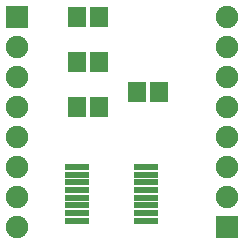
<source format=gts>
G04 DipTrace 3.1.0.1*
G04 fr2311diptrace.gts*
%MOIN*%
G04 #@! TF.FileFunction,Soldermask,Top*
G04 #@! TF.Part,Single*
%ADD24R,0.078866X0.023748*%
%ADD26C,0.074929*%
%ADD28R,0.074929X0.074929*%
%ADD30R,0.059181X0.067055*%
%FSLAX26Y26*%
G04*
G70*
G90*
G75*
G01*
G04 TopMask*
%LPD*%
D30*
X744000Y1194000D3*
X818803D3*
X744000Y1344000D3*
X818803D3*
X744000Y1044000D3*
X818803D3*
D28*
X544000Y1344000D3*
D26*
Y1244000D3*
Y1144000D3*
Y1044000D3*
Y944000D3*
Y844000D3*
Y744000D3*
Y644000D3*
D28*
X1244000D3*
D26*
Y744000D3*
Y844000D3*
Y944000D3*
Y1044000D3*
Y1144000D3*
Y1244000D3*
Y1344000D3*
D30*
X944000Y1094000D3*
X1018803D3*
D24*
X744000Y844000D3*
Y818409D3*
Y792819D3*
Y767228D3*
Y741638D3*
Y716047D3*
Y690457D3*
Y664866D3*
X972354D3*
X972346Y690457D3*
Y716047D3*
Y741638D3*
Y767228D3*
Y792819D3*
Y818409D3*
Y844000D3*
M02*

</source>
